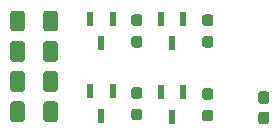
<source format=gbr>
%TF.GenerationSoftware,KiCad,Pcbnew,(5.1.9)-1*%
%TF.CreationDate,2021-06-10T09:26:42-06:00*%
%TF.ProjectId,sl-pi-aprs,736c2d70-692d-4617-9072-732e6b696361,rev?*%
%TF.SameCoordinates,Original*%
%TF.FileFunction,Paste,Top*%
%TF.FilePolarity,Positive*%
%FSLAX46Y46*%
G04 Gerber Fmt 4.6, Leading zero omitted, Abs format (unit mm)*
G04 Created by KiCad (PCBNEW (5.1.9)-1) date 2021-06-10 09:26:42*
%MOMM*%
%LPD*%
G01*
G04 APERTURE LIST*
%ADD10R,0.600000X1.300000*%
G04 APERTURE END LIST*
%TO.C,C4*%
G36*
G01*
X127012500Y-97425000D02*
X127487500Y-97425000D01*
G75*
G02*
X127725000Y-97662500I0J-237500D01*
G01*
X127725000Y-98262500D01*
G75*
G02*
X127487500Y-98500000I-237500J0D01*
G01*
X127012500Y-98500000D01*
G75*
G02*
X126775000Y-98262500I0J237500D01*
G01*
X126775000Y-97662500D01*
G75*
G02*
X127012500Y-97425000I237500J0D01*
G01*
G37*
G36*
G01*
X127012500Y-95700000D02*
X127487500Y-95700000D01*
G75*
G02*
X127725000Y-95937500I0J-237500D01*
G01*
X127725000Y-96537500D01*
G75*
G02*
X127487500Y-96775000I-237500J0D01*
G01*
X127012500Y-96775000D01*
G75*
G02*
X126775000Y-96537500I0J237500D01*
G01*
X126775000Y-95937500D01*
G75*
G02*
X127012500Y-95700000I237500J0D01*
G01*
G37*
%TD*%
%TO.C,R6*%
G36*
G01*
X116262500Y-91025000D02*
X116737500Y-91025000D01*
G75*
G02*
X116975000Y-91262500I0J-237500D01*
G01*
X116975000Y-91762500D01*
G75*
G02*
X116737500Y-92000000I-237500J0D01*
G01*
X116262500Y-92000000D01*
G75*
G02*
X116025000Y-91762500I0J237500D01*
G01*
X116025000Y-91262500D01*
G75*
G02*
X116262500Y-91025000I237500J0D01*
G01*
G37*
G36*
G01*
X116262500Y-89200000D02*
X116737500Y-89200000D01*
G75*
G02*
X116975000Y-89437500I0J-237500D01*
G01*
X116975000Y-89937500D01*
G75*
G02*
X116737500Y-90175000I-237500J0D01*
G01*
X116262500Y-90175000D01*
G75*
G02*
X116025000Y-89937500I0J237500D01*
G01*
X116025000Y-89437500D01*
G75*
G02*
X116262500Y-89200000I237500J0D01*
G01*
G37*
%TD*%
%TO.C,R4*%
G36*
G01*
X122262500Y-91025000D02*
X122737500Y-91025000D01*
G75*
G02*
X122975000Y-91262500I0J-237500D01*
G01*
X122975000Y-91762500D01*
G75*
G02*
X122737500Y-92000000I-237500J0D01*
G01*
X122262500Y-92000000D01*
G75*
G02*
X122025000Y-91762500I0J237500D01*
G01*
X122025000Y-91262500D01*
G75*
G02*
X122262500Y-91025000I237500J0D01*
G01*
G37*
G36*
G01*
X122262500Y-89200000D02*
X122737500Y-89200000D01*
G75*
G02*
X122975000Y-89437500I0J-237500D01*
G01*
X122975000Y-89937500D01*
G75*
G02*
X122737500Y-90175000I-237500J0D01*
G01*
X122262500Y-90175000D01*
G75*
G02*
X122025000Y-89937500I0J237500D01*
G01*
X122025000Y-89437500D01*
G75*
G02*
X122262500Y-89200000I237500J0D01*
G01*
G37*
%TD*%
%TO.C,R2*%
G36*
G01*
X122262500Y-97275000D02*
X122737500Y-97275000D01*
G75*
G02*
X122975000Y-97512500I0J-237500D01*
G01*
X122975000Y-98012500D01*
G75*
G02*
X122737500Y-98250000I-237500J0D01*
G01*
X122262500Y-98250000D01*
G75*
G02*
X122025000Y-98012500I0J237500D01*
G01*
X122025000Y-97512500D01*
G75*
G02*
X122262500Y-97275000I237500J0D01*
G01*
G37*
G36*
G01*
X122262500Y-95450000D02*
X122737500Y-95450000D01*
G75*
G02*
X122975000Y-95687500I0J-237500D01*
G01*
X122975000Y-96187500D01*
G75*
G02*
X122737500Y-96425000I-237500J0D01*
G01*
X122262500Y-96425000D01*
G75*
G02*
X122025000Y-96187500I0J237500D01*
G01*
X122025000Y-95687500D01*
G75*
G02*
X122262500Y-95450000I237500J0D01*
G01*
G37*
%TD*%
%TO.C,R1*%
G36*
G01*
X116262500Y-97185000D02*
X116737500Y-97185000D01*
G75*
G02*
X116975000Y-97422500I0J-237500D01*
G01*
X116975000Y-97922500D01*
G75*
G02*
X116737500Y-98160000I-237500J0D01*
G01*
X116262500Y-98160000D01*
G75*
G02*
X116025000Y-97922500I0J237500D01*
G01*
X116025000Y-97422500D01*
G75*
G02*
X116262500Y-97185000I237500J0D01*
G01*
G37*
G36*
G01*
X116262500Y-95360000D02*
X116737500Y-95360000D01*
G75*
G02*
X116975000Y-95597500I0J-237500D01*
G01*
X116975000Y-96097500D01*
G75*
G02*
X116737500Y-96335000I-237500J0D01*
G01*
X116262500Y-96335000D01*
G75*
G02*
X116025000Y-96097500I0J237500D01*
G01*
X116025000Y-95597500D01*
G75*
G02*
X116262500Y-95360000I237500J0D01*
G01*
G37*
%TD*%
D10*
%TO.C,Q4*%
X114450000Y-89550000D03*
X112550000Y-89550000D03*
X113500000Y-91650000D03*
%TD*%
%TO.C,Q3*%
X120450000Y-89550000D03*
X118550000Y-89550000D03*
X119500000Y-91650000D03*
%TD*%
%TO.C,Q2*%
X120450000Y-95800000D03*
X118550000Y-95800000D03*
X119500000Y-97900000D03*
%TD*%
%TO.C,Q1*%
X114445000Y-95710000D03*
X112545000Y-95710000D03*
X113495000Y-97810000D03*
%TD*%
%TO.C,D1*%
G36*
G01*
X107025000Y-89140000D02*
X107025000Y-90390000D01*
G75*
G02*
X106775000Y-90640000I-250000J0D01*
G01*
X106025000Y-90640000D01*
G75*
G02*
X105775000Y-90390000I0J250000D01*
G01*
X105775000Y-89140000D01*
G75*
G02*
X106025000Y-88890000I250000J0D01*
G01*
X106775000Y-88890000D01*
G75*
G02*
X107025000Y-89140000I0J-250000D01*
G01*
G37*
G36*
G01*
X109825000Y-89140000D02*
X109825000Y-90390000D01*
G75*
G02*
X109575000Y-90640000I-250000J0D01*
G01*
X108825000Y-90640000D01*
G75*
G02*
X108575000Y-90390000I0J250000D01*
G01*
X108575000Y-89140000D01*
G75*
G02*
X108825000Y-88890000I250000J0D01*
G01*
X109575000Y-88890000D01*
G75*
G02*
X109825000Y-89140000I0J-250000D01*
G01*
G37*
%TD*%
%TO.C,D4*%
G36*
G01*
X107024800Y-96818000D02*
X107024800Y-98068000D01*
G75*
G02*
X106774800Y-98318000I-250000J0D01*
G01*
X106024800Y-98318000D01*
G75*
G02*
X105774800Y-98068000I0J250000D01*
G01*
X105774800Y-96818000D01*
G75*
G02*
X106024800Y-96568000I250000J0D01*
G01*
X106774800Y-96568000D01*
G75*
G02*
X107024800Y-96818000I0J-250000D01*
G01*
G37*
G36*
G01*
X109824800Y-96818000D02*
X109824800Y-98068000D01*
G75*
G02*
X109574800Y-98318000I-250000J0D01*
G01*
X108824800Y-98318000D01*
G75*
G02*
X108574800Y-98068000I0J250000D01*
G01*
X108574800Y-96818000D01*
G75*
G02*
X108824800Y-96568000I250000J0D01*
G01*
X109574800Y-96568000D01*
G75*
G02*
X109824800Y-96818000I0J-250000D01*
G01*
G37*
%TD*%
%TO.C,D3*%
G36*
G01*
X107025000Y-91710000D02*
X107025000Y-92960000D01*
G75*
G02*
X106775000Y-93210000I-250000J0D01*
G01*
X106025000Y-93210000D01*
G75*
G02*
X105775000Y-92960000I0J250000D01*
G01*
X105775000Y-91710000D01*
G75*
G02*
X106025000Y-91460000I250000J0D01*
G01*
X106775000Y-91460000D01*
G75*
G02*
X107025000Y-91710000I0J-250000D01*
G01*
G37*
G36*
G01*
X109825000Y-91710000D02*
X109825000Y-92960000D01*
G75*
G02*
X109575000Y-93210000I-250000J0D01*
G01*
X108825000Y-93210000D01*
G75*
G02*
X108575000Y-92960000I0J250000D01*
G01*
X108575000Y-91710000D01*
G75*
G02*
X108825000Y-91460000I250000J0D01*
G01*
X109575000Y-91460000D01*
G75*
G02*
X109825000Y-91710000I0J-250000D01*
G01*
G37*
%TD*%
%TO.C,D2*%
G36*
G01*
X109825000Y-94250000D02*
X109825000Y-95500000D01*
G75*
G02*
X109575000Y-95750000I-250000J0D01*
G01*
X108825000Y-95750000D01*
G75*
G02*
X108575000Y-95500000I0J250000D01*
G01*
X108575000Y-94250000D01*
G75*
G02*
X108825000Y-94000000I250000J0D01*
G01*
X109575000Y-94000000D01*
G75*
G02*
X109825000Y-94250000I0J-250000D01*
G01*
G37*
G36*
G01*
X107025000Y-94250000D02*
X107025000Y-95500000D01*
G75*
G02*
X106775000Y-95750000I-250000J0D01*
G01*
X106025000Y-95750000D01*
G75*
G02*
X105775000Y-95500000I0J250000D01*
G01*
X105775000Y-94250000D01*
G75*
G02*
X106025000Y-94000000I250000J0D01*
G01*
X106775000Y-94000000D01*
G75*
G02*
X107025000Y-94250000I0J-250000D01*
G01*
G37*
%TD*%
M02*

</source>
